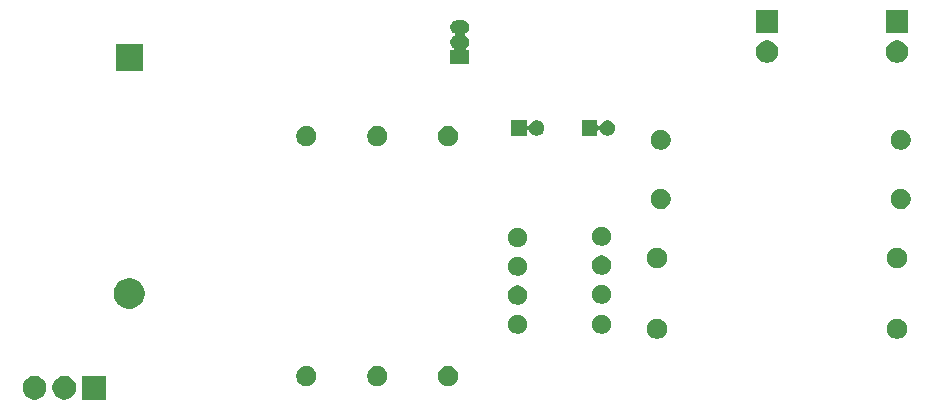
<source format=gts>
G04 #@! TF.GenerationSoftware,KiCad,Pcbnew,(5.1.5)-3*
G04 #@! TF.CreationDate,2019-12-22T13:16:54-05:00*
G04 #@! TF.ProjectId,557_circuit,3535375f-6369-4726-9375-69742e6b6963,rev?*
G04 #@! TF.SameCoordinates,Original*
G04 #@! TF.FileFunction,Soldermask,Top*
G04 #@! TF.FilePolarity,Negative*
%FSLAX46Y46*%
G04 Gerber Fmt 4.6, Leading zero omitted, Abs format (unit mm)*
G04 Created by KiCad (PCBNEW (5.1.5)-3) date 2019-12-22 13:16:54*
%MOMM*%
%LPD*%
G04 APERTURE LIST*
%ADD10C,0.100000*%
G04 APERTURE END LIST*
D10*
G36*
X26001000Y-58001000D02*
G01*
X23999000Y-58001000D01*
X23999000Y-55999000D01*
X26001000Y-55999000D01*
X26001000Y-58001000D01*
G37*
G36*
X22695285Y-56018234D02*
G01*
X22791981Y-56037468D01*
X22974151Y-56112926D01*
X23138100Y-56222473D01*
X23277527Y-56361900D01*
X23387074Y-56525849D01*
X23462532Y-56708019D01*
X23501000Y-56901410D01*
X23501000Y-57098590D01*
X23462532Y-57291981D01*
X23387074Y-57474151D01*
X23277527Y-57638100D01*
X23138100Y-57777527D01*
X22974151Y-57887074D01*
X22791981Y-57962532D01*
X22695285Y-57981766D01*
X22598591Y-58001000D01*
X22401409Y-58001000D01*
X22304715Y-57981766D01*
X22208019Y-57962532D01*
X22025849Y-57887074D01*
X21861900Y-57777527D01*
X21722473Y-57638100D01*
X21612926Y-57474151D01*
X21537468Y-57291981D01*
X21499000Y-57098590D01*
X21499000Y-56901410D01*
X21537468Y-56708019D01*
X21612926Y-56525849D01*
X21722473Y-56361900D01*
X21861900Y-56222473D01*
X22025849Y-56112926D01*
X22208019Y-56037468D01*
X22304715Y-56018234D01*
X22401409Y-55999000D01*
X22598591Y-55999000D01*
X22695285Y-56018234D01*
G37*
G36*
X20195285Y-56018234D02*
G01*
X20291981Y-56037468D01*
X20474151Y-56112926D01*
X20638100Y-56222473D01*
X20777527Y-56361900D01*
X20887074Y-56525849D01*
X20962532Y-56708019D01*
X21001000Y-56901410D01*
X21001000Y-57098590D01*
X20962532Y-57291981D01*
X20887074Y-57474151D01*
X20777527Y-57638100D01*
X20638100Y-57777527D01*
X20474151Y-57887074D01*
X20291981Y-57962532D01*
X20195285Y-57981766D01*
X20098591Y-58001000D01*
X19901409Y-58001000D01*
X19804715Y-57981766D01*
X19708019Y-57962532D01*
X19525849Y-57887074D01*
X19361900Y-57777527D01*
X19222473Y-57638100D01*
X19112926Y-57474151D01*
X19037468Y-57291981D01*
X18999000Y-57098590D01*
X18999000Y-56901410D01*
X19037468Y-56708019D01*
X19112926Y-56525849D01*
X19222473Y-56361900D01*
X19361900Y-56222473D01*
X19525849Y-56112926D01*
X19708019Y-56037468D01*
X19804715Y-56018234D01*
X19901409Y-55999000D01*
X20098591Y-55999000D01*
X20195285Y-56018234D01*
G37*
G36*
X43248228Y-55181703D02*
G01*
X43403100Y-55245853D01*
X43542481Y-55338985D01*
X43661015Y-55457519D01*
X43754147Y-55596900D01*
X43818297Y-55751772D01*
X43851000Y-55916184D01*
X43851000Y-56083816D01*
X43818297Y-56248228D01*
X43754147Y-56403100D01*
X43661015Y-56542481D01*
X43542481Y-56661015D01*
X43403100Y-56754147D01*
X43248228Y-56818297D01*
X43083816Y-56851000D01*
X42916184Y-56851000D01*
X42751772Y-56818297D01*
X42596900Y-56754147D01*
X42457519Y-56661015D01*
X42338985Y-56542481D01*
X42245853Y-56403100D01*
X42181703Y-56248228D01*
X42149000Y-56083816D01*
X42149000Y-55916184D01*
X42181703Y-55751772D01*
X42245853Y-55596900D01*
X42338985Y-55457519D01*
X42457519Y-55338985D01*
X42596900Y-55245853D01*
X42751772Y-55181703D01*
X42916184Y-55149000D01*
X43083816Y-55149000D01*
X43248228Y-55181703D01*
G37*
G36*
X49248228Y-55181703D02*
G01*
X49403100Y-55245853D01*
X49542481Y-55338985D01*
X49661015Y-55457519D01*
X49754147Y-55596900D01*
X49818297Y-55751772D01*
X49851000Y-55916184D01*
X49851000Y-56083816D01*
X49818297Y-56248228D01*
X49754147Y-56403100D01*
X49661015Y-56542481D01*
X49542481Y-56661015D01*
X49403100Y-56754147D01*
X49248228Y-56818297D01*
X49083816Y-56851000D01*
X48916184Y-56851000D01*
X48751772Y-56818297D01*
X48596900Y-56754147D01*
X48457519Y-56661015D01*
X48338985Y-56542481D01*
X48245853Y-56403100D01*
X48181703Y-56248228D01*
X48149000Y-56083816D01*
X48149000Y-55916184D01*
X48181703Y-55751772D01*
X48245853Y-55596900D01*
X48338985Y-55457519D01*
X48457519Y-55338985D01*
X48596900Y-55245853D01*
X48751772Y-55181703D01*
X48916184Y-55149000D01*
X49083816Y-55149000D01*
X49248228Y-55181703D01*
G37*
G36*
X55248228Y-55181703D02*
G01*
X55403100Y-55245853D01*
X55542481Y-55338985D01*
X55661015Y-55457519D01*
X55754147Y-55596900D01*
X55818297Y-55751772D01*
X55851000Y-55916184D01*
X55851000Y-56083816D01*
X55818297Y-56248228D01*
X55754147Y-56403100D01*
X55661015Y-56542481D01*
X55542481Y-56661015D01*
X55403100Y-56754147D01*
X55248228Y-56818297D01*
X55083816Y-56851000D01*
X54916184Y-56851000D01*
X54751772Y-56818297D01*
X54596900Y-56754147D01*
X54457519Y-56661015D01*
X54338985Y-56542481D01*
X54245853Y-56403100D01*
X54181703Y-56248228D01*
X54149000Y-56083816D01*
X54149000Y-55916184D01*
X54181703Y-55751772D01*
X54245853Y-55596900D01*
X54338985Y-55457519D01*
X54457519Y-55338985D01*
X54596900Y-55245853D01*
X54751772Y-55181703D01*
X54916184Y-55149000D01*
X55083816Y-55149000D01*
X55248228Y-55181703D01*
G37*
G36*
X93248228Y-51181703D02*
G01*
X93403100Y-51245853D01*
X93542481Y-51338985D01*
X93661015Y-51457519D01*
X93754147Y-51596900D01*
X93818297Y-51751772D01*
X93851000Y-51916184D01*
X93851000Y-52083816D01*
X93818297Y-52248228D01*
X93754147Y-52403100D01*
X93661015Y-52542481D01*
X93542481Y-52661015D01*
X93403100Y-52754147D01*
X93248228Y-52818297D01*
X93083816Y-52851000D01*
X92916184Y-52851000D01*
X92751772Y-52818297D01*
X92596900Y-52754147D01*
X92457519Y-52661015D01*
X92338985Y-52542481D01*
X92245853Y-52403100D01*
X92181703Y-52248228D01*
X92149000Y-52083816D01*
X92149000Y-51916184D01*
X92181703Y-51751772D01*
X92245853Y-51596900D01*
X92338985Y-51457519D01*
X92457519Y-51338985D01*
X92596900Y-51245853D01*
X92751772Y-51181703D01*
X92916184Y-51149000D01*
X93083816Y-51149000D01*
X93248228Y-51181703D01*
G37*
G36*
X72928228Y-51181703D02*
G01*
X73083100Y-51245853D01*
X73222481Y-51338985D01*
X73341015Y-51457519D01*
X73434147Y-51596900D01*
X73498297Y-51751772D01*
X73531000Y-51916184D01*
X73531000Y-52083816D01*
X73498297Y-52248228D01*
X73434147Y-52403100D01*
X73341015Y-52542481D01*
X73222481Y-52661015D01*
X73083100Y-52754147D01*
X72928228Y-52818297D01*
X72763816Y-52851000D01*
X72596184Y-52851000D01*
X72431772Y-52818297D01*
X72276900Y-52754147D01*
X72137519Y-52661015D01*
X72018985Y-52542481D01*
X71925853Y-52403100D01*
X71861703Y-52248228D01*
X71829000Y-52083816D01*
X71829000Y-51916184D01*
X71861703Y-51751772D01*
X71925853Y-51596900D01*
X72018985Y-51457519D01*
X72137519Y-51338985D01*
X72276900Y-51245853D01*
X72431772Y-51181703D01*
X72596184Y-51149000D01*
X72763816Y-51149000D01*
X72928228Y-51181703D01*
G37*
G36*
X68237142Y-50825042D02*
G01*
X68385101Y-50886329D01*
X68518255Y-50975299D01*
X68631501Y-51088545D01*
X68720471Y-51221699D01*
X68781758Y-51369658D01*
X68813000Y-51526725D01*
X68813000Y-51686875D01*
X68781758Y-51843942D01*
X68720471Y-51991901D01*
X68631501Y-52125055D01*
X68518255Y-52238301D01*
X68385101Y-52327271D01*
X68237142Y-52388558D01*
X68080075Y-52419800D01*
X67919925Y-52419800D01*
X67762858Y-52388558D01*
X67614899Y-52327271D01*
X67481745Y-52238301D01*
X67368499Y-52125055D01*
X67279529Y-51991901D01*
X67218242Y-51843942D01*
X67187000Y-51686875D01*
X67187000Y-51526725D01*
X67218242Y-51369658D01*
X67279529Y-51221699D01*
X67368499Y-51088545D01*
X67481745Y-50975299D01*
X67614899Y-50886329D01*
X67762858Y-50825042D01*
X67919925Y-50793800D01*
X68080075Y-50793800D01*
X68237142Y-50825042D01*
G37*
G36*
X61125142Y-50825042D02*
G01*
X61273101Y-50886329D01*
X61406255Y-50975299D01*
X61519501Y-51088545D01*
X61608471Y-51221699D01*
X61669758Y-51369658D01*
X61701000Y-51526725D01*
X61701000Y-51686875D01*
X61669758Y-51843942D01*
X61608471Y-51991901D01*
X61519501Y-52125055D01*
X61406255Y-52238301D01*
X61273101Y-52327271D01*
X61125142Y-52388558D01*
X60968075Y-52419800D01*
X60807925Y-52419800D01*
X60650858Y-52388558D01*
X60502899Y-52327271D01*
X60369745Y-52238301D01*
X60256499Y-52125055D01*
X60167529Y-51991901D01*
X60106242Y-51843942D01*
X60075000Y-51686875D01*
X60075000Y-51526725D01*
X60106242Y-51369658D01*
X60167529Y-51221699D01*
X60256499Y-51088545D01*
X60369745Y-50975299D01*
X60502899Y-50886329D01*
X60650858Y-50825042D01*
X60807925Y-50793800D01*
X60968075Y-50793800D01*
X61125142Y-50825042D01*
G37*
G36*
X28379487Y-47748996D02*
G01*
X28616253Y-47847068D01*
X28616255Y-47847069D01*
X28829339Y-47989447D01*
X29010553Y-48170661D01*
X29137896Y-48361243D01*
X29152932Y-48383747D01*
X29251004Y-48620513D01*
X29301000Y-48871861D01*
X29301000Y-49128139D01*
X29251004Y-49379487D01*
X29165854Y-49585057D01*
X29152931Y-49616255D01*
X29010553Y-49829339D01*
X28829339Y-50010553D01*
X28616255Y-50152931D01*
X28616254Y-50152932D01*
X28616253Y-50152932D01*
X28379487Y-50251004D01*
X28128139Y-50301000D01*
X27871861Y-50301000D01*
X27620513Y-50251004D01*
X27383747Y-50152932D01*
X27383746Y-50152932D01*
X27383745Y-50152931D01*
X27170661Y-50010553D01*
X26989447Y-49829339D01*
X26847069Y-49616255D01*
X26834146Y-49585057D01*
X26748996Y-49379487D01*
X26699000Y-49128139D01*
X26699000Y-48871861D01*
X26748996Y-48620513D01*
X26847068Y-48383747D01*
X26862105Y-48361243D01*
X26989447Y-48170661D01*
X27170661Y-47989447D01*
X27383745Y-47847069D01*
X27383747Y-47847068D01*
X27620513Y-47748996D01*
X27871861Y-47699000D01*
X28128139Y-47699000D01*
X28379487Y-47748996D01*
G37*
G36*
X61125142Y-48361242D02*
G01*
X61273101Y-48422529D01*
X61406255Y-48511499D01*
X61519501Y-48624745D01*
X61608471Y-48757899D01*
X61669758Y-48905858D01*
X61701000Y-49062925D01*
X61701000Y-49223075D01*
X61669758Y-49380142D01*
X61608471Y-49528101D01*
X61519501Y-49661255D01*
X61406255Y-49774501D01*
X61273101Y-49863471D01*
X61125142Y-49924758D01*
X60968075Y-49956000D01*
X60807925Y-49956000D01*
X60650858Y-49924758D01*
X60502899Y-49863471D01*
X60369745Y-49774501D01*
X60256499Y-49661255D01*
X60167529Y-49528101D01*
X60106242Y-49380142D01*
X60075000Y-49223075D01*
X60075000Y-49062925D01*
X60106242Y-48905858D01*
X60167529Y-48757899D01*
X60256499Y-48624745D01*
X60369745Y-48511499D01*
X60502899Y-48422529D01*
X60650858Y-48361242D01*
X60807925Y-48330000D01*
X60968075Y-48330000D01*
X61125142Y-48361242D01*
G37*
G36*
X68237142Y-48285042D02*
G01*
X68385101Y-48346329D01*
X68518255Y-48435299D01*
X68631501Y-48548545D01*
X68720471Y-48681699D01*
X68781758Y-48829658D01*
X68813000Y-48986725D01*
X68813000Y-49146875D01*
X68781758Y-49303942D01*
X68720471Y-49451901D01*
X68631501Y-49585055D01*
X68518255Y-49698301D01*
X68385101Y-49787271D01*
X68237142Y-49848558D01*
X68080075Y-49879800D01*
X67919925Y-49879800D01*
X67762858Y-49848558D01*
X67614899Y-49787271D01*
X67481745Y-49698301D01*
X67368499Y-49585055D01*
X67279529Y-49451901D01*
X67218242Y-49303942D01*
X67187000Y-49146875D01*
X67187000Y-48986725D01*
X67218242Y-48829658D01*
X67279529Y-48681699D01*
X67368499Y-48548545D01*
X67481745Y-48435299D01*
X67614899Y-48346329D01*
X67762858Y-48285042D01*
X67919925Y-48253800D01*
X68080075Y-48253800D01*
X68237142Y-48285042D01*
G37*
G36*
X61125142Y-45922842D02*
G01*
X61273101Y-45984129D01*
X61406255Y-46073099D01*
X61519501Y-46186345D01*
X61608471Y-46319499D01*
X61669758Y-46467458D01*
X61701000Y-46624525D01*
X61701000Y-46784675D01*
X61669758Y-46941742D01*
X61608471Y-47089701D01*
X61519501Y-47222855D01*
X61406255Y-47336101D01*
X61273101Y-47425071D01*
X61125142Y-47486358D01*
X60968075Y-47517600D01*
X60807925Y-47517600D01*
X60650858Y-47486358D01*
X60502899Y-47425071D01*
X60369745Y-47336101D01*
X60256499Y-47222855D01*
X60167529Y-47089701D01*
X60106242Y-46941742D01*
X60075000Y-46784675D01*
X60075000Y-46624525D01*
X60106242Y-46467458D01*
X60167529Y-46319499D01*
X60256499Y-46186345D01*
X60369745Y-46073099D01*
X60502899Y-45984129D01*
X60650858Y-45922842D01*
X60807925Y-45891600D01*
X60968075Y-45891600D01*
X61125142Y-45922842D01*
G37*
G36*
X68237142Y-45821242D02*
G01*
X68385101Y-45882529D01*
X68518255Y-45971499D01*
X68631501Y-46084745D01*
X68720471Y-46217899D01*
X68781758Y-46365858D01*
X68813000Y-46522925D01*
X68813000Y-46683075D01*
X68781758Y-46840142D01*
X68720471Y-46988101D01*
X68631501Y-47121255D01*
X68518255Y-47234501D01*
X68385101Y-47323471D01*
X68237142Y-47384758D01*
X68080075Y-47416000D01*
X67919925Y-47416000D01*
X67762858Y-47384758D01*
X67614899Y-47323471D01*
X67481745Y-47234501D01*
X67368499Y-47121255D01*
X67279529Y-46988101D01*
X67218242Y-46840142D01*
X67187000Y-46683075D01*
X67187000Y-46522925D01*
X67218242Y-46365858D01*
X67279529Y-46217899D01*
X67368499Y-46084745D01*
X67481745Y-45971499D01*
X67614899Y-45882529D01*
X67762858Y-45821242D01*
X67919925Y-45790000D01*
X68080075Y-45790000D01*
X68237142Y-45821242D01*
G37*
G36*
X93248228Y-45181703D02*
G01*
X93403100Y-45245853D01*
X93542481Y-45338985D01*
X93661015Y-45457519D01*
X93754147Y-45596900D01*
X93818297Y-45751772D01*
X93851000Y-45916184D01*
X93851000Y-46083816D01*
X93818297Y-46248228D01*
X93754147Y-46403100D01*
X93661015Y-46542481D01*
X93542481Y-46661015D01*
X93403100Y-46754147D01*
X93248228Y-46818297D01*
X93083816Y-46851000D01*
X92916184Y-46851000D01*
X92751772Y-46818297D01*
X92596900Y-46754147D01*
X92457519Y-46661015D01*
X92338985Y-46542481D01*
X92245853Y-46403100D01*
X92181703Y-46248228D01*
X92149000Y-46083816D01*
X92149000Y-45916184D01*
X92181703Y-45751772D01*
X92245853Y-45596900D01*
X92338985Y-45457519D01*
X92457519Y-45338985D01*
X92596900Y-45245853D01*
X92751772Y-45181703D01*
X92916184Y-45149000D01*
X93083816Y-45149000D01*
X93248228Y-45181703D01*
G37*
G36*
X72928228Y-45181703D02*
G01*
X73083100Y-45245853D01*
X73222481Y-45338985D01*
X73341015Y-45457519D01*
X73434147Y-45596900D01*
X73498297Y-45751772D01*
X73531000Y-45916184D01*
X73531000Y-46083816D01*
X73498297Y-46248228D01*
X73434147Y-46403100D01*
X73341015Y-46542481D01*
X73222481Y-46661015D01*
X73083100Y-46754147D01*
X72928228Y-46818297D01*
X72763816Y-46851000D01*
X72596184Y-46851000D01*
X72431772Y-46818297D01*
X72276900Y-46754147D01*
X72137519Y-46661015D01*
X72018985Y-46542481D01*
X71925853Y-46403100D01*
X71861703Y-46248228D01*
X71829000Y-46083816D01*
X71829000Y-45916184D01*
X71861703Y-45751772D01*
X71925853Y-45596900D01*
X72018985Y-45457519D01*
X72137519Y-45338985D01*
X72276900Y-45245853D01*
X72431772Y-45181703D01*
X72596184Y-45149000D01*
X72763816Y-45149000D01*
X72928228Y-45181703D01*
G37*
G36*
X61125142Y-43484442D02*
G01*
X61273101Y-43545729D01*
X61406255Y-43634699D01*
X61519501Y-43747945D01*
X61608471Y-43881099D01*
X61669758Y-44029058D01*
X61701000Y-44186125D01*
X61701000Y-44346275D01*
X61669758Y-44503342D01*
X61608471Y-44651301D01*
X61519501Y-44784455D01*
X61406255Y-44897701D01*
X61273101Y-44986671D01*
X61125142Y-45047958D01*
X60968075Y-45079200D01*
X60807925Y-45079200D01*
X60650858Y-45047958D01*
X60502899Y-44986671D01*
X60369745Y-44897701D01*
X60256499Y-44784455D01*
X60167529Y-44651301D01*
X60106242Y-44503342D01*
X60075000Y-44346275D01*
X60075000Y-44186125D01*
X60106242Y-44029058D01*
X60167529Y-43881099D01*
X60256499Y-43747945D01*
X60369745Y-43634699D01*
X60502899Y-43545729D01*
X60650858Y-43484442D01*
X60807925Y-43453200D01*
X60968075Y-43453200D01*
X61125142Y-43484442D01*
G37*
G36*
X68237142Y-43382842D02*
G01*
X68385101Y-43444129D01*
X68518255Y-43533099D01*
X68631501Y-43646345D01*
X68720471Y-43779499D01*
X68781758Y-43927458D01*
X68813000Y-44084525D01*
X68813000Y-44244675D01*
X68781758Y-44401742D01*
X68720471Y-44549701D01*
X68631501Y-44682855D01*
X68518255Y-44796101D01*
X68385101Y-44885071D01*
X68237142Y-44946358D01*
X68080075Y-44977600D01*
X67919925Y-44977600D01*
X67762858Y-44946358D01*
X67614899Y-44885071D01*
X67481745Y-44796101D01*
X67368499Y-44682855D01*
X67279529Y-44549701D01*
X67218242Y-44401742D01*
X67187000Y-44244675D01*
X67187000Y-44084525D01*
X67218242Y-43927458D01*
X67279529Y-43779499D01*
X67368499Y-43646345D01*
X67481745Y-43533099D01*
X67614899Y-43444129D01*
X67762858Y-43382842D01*
X67919925Y-43351600D01*
X68080075Y-43351600D01*
X68237142Y-43382842D01*
G37*
G36*
X93568228Y-40181703D02*
G01*
X93723100Y-40245853D01*
X93862481Y-40338985D01*
X93981015Y-40457519D01*
X94074147Y-40596900D01*
X94138297Y-40751772D01*
X94171000Y-40916184D01*
X94171000Y-41083816D01*
X94138297Y-41248228D01*
X94074147Y-41403100D01*
X93981015Y-41542481D01*
X93862481Y-41661015D01*
X93723100Y-41754147D01*
X93568228Y-41818297D01*
X93403816Y-41851000D01*
X93236184Y-41851000D01*
X93071772Y-41818297D01*
X92916900Y-41754147D01*
X92777519Y-41661015D01*
X92658985Y-41542481D01*
X92565853Y-41403100D01*
X92501703Y-41248228D01*
X92469000Y-41083816D01*
X92469000Y-40916184D01*
X92501703Y-40751772D01*
X92565853Y-40596900D01*
X92658985Y-40457519D01*
X92777519Y-40338985D01*
X92916900Y-40245853D01*
X93071772Y-40181703D01*
X93236184Y-40149000D01*
X93403816Y-40149000D01*
X93568228Y-40181703D01*
G37*
G36*
X73248228Y-40181703D02*
G01*
X73403100Y-40245853D01*
X73542481Y-40338985D01*
X73661015Y-40457519D01*
X73754147Y-40596900D01*
X73818297Y-40751772D01*
X73851000Y-40916184D01*
X73851000Y-41083816D01*
X73818297Y-41248228D01*
X73754147Y-41403100D01*
X73661015Y-41542481D01*
X73542481Y-41661015D01*
X73403100Y-41754147D01*
X73248228Y-41818297D01*
X73083816Y-41851000D01*
X72916184Y-41851000D01*
X72751772Y-41818297D01*
X72596900Y-41754147D01*
X72457519Y-41661015D01*
X72338985Y-41542481D01*
X72245853Y-41403100D01*
X72181703Y-41248228D01*
X72149000Y-41083816D01*
X72149000Y-40916184D01*
X72181703Y-40751772D01*
X72245853Y-40596900D01*
X72338985Y-40457519D01*
X72457519Y-40338985D01*
X72596900Y-40245853D01*
X72751772Y-40181703D01*
X72916184Y-40149000D01*
X73083816Y-40149000D01*
X73248228Y-40181703D01*
G37*
G36*
X93568228Y-35181703D02*
G01*
X93723100Y-35245853D01*
X93862481Y-35338985D01*
X93981015Y-35457519D01*
X94074147Y-35596900D01*
X94138297Y-35751772D01*
X94171000Y-35916184D01*
X94171000Y-36083816D01*
X94138297Y-36248228D01*
X94074147Y-36403100D01*
X93981015Y-36542481D01*
X93862481Y-36661015D01*
X93723100Y-36754147D01*
X93568228Y-36818297D01*
X93403816Y-36851000D01*
X93236184Y-36851000D01*
X93071772Y-36818297D01*
X92916900Y-36754147D01*
X92777519Y-36661015D01*
X92658985Y-36542481D01*
X92565853Y-36403100D01*
X92501703Y-36248228D01*
X92469000Y-36083816D01*
X92469000Y-35916184D01*
X92501703Y-35751772D01*
X92565853Y-35596900D01*
X92658985Y-35457519D01*
X92777519Y-35338985D01*
X92916900Y-35245853D01*
X93071772Y-35181703D01*
X93236184Y-35149000D01*
X93403816Y-35149000D01*
X93568228Y-35181703D01*
G37*
G36*
X73248228Y-35181703D02*
G01*
X73403100Y-35245853D01*
X73542481Y-35338985D01*
X73661015Y-35457519D01*
X73754147Y-35596900D01*
X73818297Y-35751772D01*
X73851000Y-35916184D01*
X73851000Y-36083816D01*
X73818297Y-36248228D01*
X73754147Y-36403100D01*
X73661015Y-36542481D01*
X73542481Y-36661015D01*
X73403100Y-36754147D01*
X73248228Y-36818297D01*
X73083816Y-36851000D01*
X72916184Y-36851000D01*
X72751772Y-36818297D01*
X72596900Y-36754147D01*
X72457519Y-36661015D01*
X72338985Y-36542481D01*
X72245853Y-36403100D01*
X72181703Y-36248228D01*
X72149000Y-36083816D01*
X72149000Y-35916184D01*
X72181703Y-35751772D01*
X72245853Y-35596900D01*
X72338985Y-35457519D01*
X72457519Y-35338985D01*
X72596900Y-35245853D01*
X72751772Y-35181703D01*
X72916184Y-35149000D01*
X73083816Y-35149000D01*
X73248228Y-35181703D01*
G37*
G36*
X55248228Y-34861703D02*
G01*
X55403100Y-34925853D01*
X55542481Y-35018985D01*
X55661015Y-35137519D01*
X55754147Y-35276900D01*
X55818297Y-35431772D01*
X55851000Y-35596184D01*
X55851000Y-35763816D01*
X55818297Y-35928228D01*
X55754147Y-36083100D01*
X55661015Y-36222481D01*
X55542481Y-36341015D01*
X55403100Y-36434147D01*
X55248228Y-36498297D01*
X55083816Y-36531000D01*
X54916184Y-36531000D01*
X54751772Y-36498297D01*
X54596900Y-36434147D01*
X54457519Y-36341015D01*
X54338985Y-36222481D01*
X54245853Y-36083100D01*
X54181703Y-35928228D01*
X54149000Y-35763816D01*
X54149000Y-35596184D01*
X54181703Y-35431772D01*
X54245853Y-35276900D01*
X54338985Y-35137519D01*
X54457519Y-35018985D01*
X54596900Y-34925853D01*
X54751772Y-34861703D01*
X54916184Y-34829000D01*
X55083816Y-34829000D01*
X55248228Y-34861703D01*
G37*
G36*
X49248228Y-34861703D02*
G01*
X49403100Y-34925853D01*
X49542481Y-35018985D01*
X49661015Y-35137519D01*
X49754147Y-35276900D01*
X49818297Y-35431772D01*
X49851000Y-35596184D01*
X49851000Y-35763816D01*
X49818297Y-35928228D01*
X49754147Y-36083100D01*
X49661015Y-36222481D01*
X49542481Y-36341015D01*
X49403100Y-36434147D01*
X49248228Y-36498297D01*
X49083816Y-36531000D01*
X48916184Y-36531000D01*
X48751772Y-36498297D01*
X48596900Y-36434147D01*
X48457519Y-36341015D01*
X48338985Y-36222481D01*
X48245853Y-36083100D01*
X48181703Y-35928228D01*
X48149000Y-35763816D01*
X48149000Y-35596184D01*
X48181703Y-35431772D01*
X48245853Y-35276900D01*
X48338985Y-35137519D01*
X48457519Y-35018985D01*
X48596900Y-34925853D01*
X48751772Y-34861703D01*
X48916184Y-34829000D01*
X49083816Y-34829000D01*
X49248228Y-34861703D01*
G37*
G36*
X43248228Y-34861703D02*
G01*
X43403100Y-34925853D01*
X43542481Y-35018985D01*
X43661015Y-35137519D01*
X43754147Y-35276900D01*
X43818297Y-35431772D01*
X43851000Y-35596184D01*
X43851000Y-35763816D01*
X43818297Y-35928228D01*
X43754147Y-36083100D01*
X43661015Y-36222481D01*
X43542481Y-36341015D01*
X43403100Y-36434147D01*
X43248228Y-36498297D01*
X43083816Y-36531000D01*
X42916184Y-36531000D01*
X42751772Y-36498297D01*
X42596900Y-36434147D01*
X42457519Y-36341015D01*
X42338985Y-36222481D01*
X42245853Y-36083100D01*
X42181703Y-35928228D01*
X42149000Y-35763816D01*
X42149000Y-35596184D01*
X42181703Y-35431772D01*
X42245853Y-35276900D01*
X42338985Y-35137519D01*
X42457519Y-35018985D01*
X42596900Y-34925853D01*
X42751772Y-34861703D01*
X42916184Y-34829000D01*
X43083816Y-34829000D01*
X43248228Y-34861703D01*
G37*
G36*
X61651000Y-34720109D02*
G01*
X61653402Y-34744495D01*
X61660515Y-34767944D01*
X61672066Y-34789555D01*
X61687611Y-34808497D01*
X61706553Y-34824042D01*
X61728164Y-34835593D01*
X61751613Y-34842706D01*
X61775999Y-34845108D01*
X61800385Y-34842706D01*
X61823834Y-34835593D01*
X61845445Y-34824042D01*
X61864387Y-34808497D01*
X61879932Y-34789555D01*
X61891483Y-34767944D01*
X61923090Y-34691638D01*
X61994335Y-34585012D01*
X62085012Y-34494335D01*
X62191636Y-34423091D01*
X62310110Y-34374017D01*
X62435881Y-34349000D01*
X62564119Y-34349000D01*
X62689890Y-34374017D01*
X62808364Y-34423091D01*
X62914988Y-34494335D01*
X63005665Y-34585012D01*
X63076909Y-34691636D01*
X63125983Y-34810110D01*
X63151000Y-34935882D01*
X63151000Y-35064118D01*
X63125983Y-35189890D01*
X63076909Y-35308364D01*
X63005665Y-35414988D01*
X62914988Y-35505665D01*
X62808364Y-35576909D01*
X62808363Y-35576910D01*
X62808362Y-35576910D01*
X62689890Y-35625983D01*
X62564119Y-35651000D01*
X62435881Y-35651000D01*
X62310110Y-35625983D01*
X62191638Y-35576910D01*
X62191637Y-35576910D01*
X62191636Y-35576909D01*
X62085012Y-35505665D01*
X61994335Y-35414988D01*
X61923091Y-35308364D01*
X61891483Y-35232055D01*
X61879932Y-35210445D01*
X61864387Y-35191503D01*
X61845445Y-35175958D01*
X61823834Y-35164407D01*
X61800385Y-35157294D01*
X61775999Y-35154892D01*
X61751613Y-35157294D01*
X61728164Y-35164407D01*
X61706553Y-35175958D01*
X61687611Y-35191503D01*
X61672066Y-35210445D01*
X61660515Y-35232056D01*
X61653402Y-35255505D01*
X61651000Y-35279891D01*
X61651000Y-35651000D01*
X60349000Y-35651000D01*
X60349000Y-34349000D01*
X61651000Y-34349000D01*
X61651000Y-34720109D01*
G37*
G36*
X67651000Y-34720109D02*
G01*
X67653402Y-34744495D01*
X67660515Y-34767944D01*
X67672066Y-34789555D01*
X67687611Y-34808497D01*
X67706553Y-34824042D01*
X67728164Y-34835593D01*
X67751613Y-34842706D01*
X67775999Y-34845108D01*
X67800385Y-34842706D01*
X67823834Y-34835593D01*
X67845445Y-34824042D01*
X67864387Y-34808497D01*
X67879932Y-34789555D01*
X67891483Y-34767944D01*
X67923090Y-34691638D01*
X67994335Y-34585012D01*
X68085012Y-34494335D01*
X68191636Y-34423091D01*
X68310110Y-34374017D01*
X68435881Y-34349000D01*
X68564119Y-34349000D01*
X68689890Y-34374017D01*
X68808364Y-34423091D01*
X68914988Y-34494335D01*
X69005665Y-34585012D01*
X69076909Y-34691636D01*
X69125983Y-34810110D01*
X69151000Y-34935882D01*
X69151000Y-35064118D01*
X69125983Y-35189890D01*
X69076909Y-35308364D01*
X69005665Y-35414988D01*
X68914988Y-35505665D01*
X68808364Y-35576909D01*
X68808363Y-35576910D01*
X68808362Y-35576910D01*
X68689890Y-35625983D01*
X68564119Y-35651000D01*
X68435881Y-35651000D01*
X68310110Y-35625983D01*
X68191638Y-35576910D01*
X68191637Y-35576910D01*
X68191636Y-35576909D01*
X68085012Y-35505665D01*
X67994335Y-35414988D01*
X67923091Y-35308364D01*
X67891483Y-35232055D01*
X67879932Y-35210445D01*
X67864387Y-35191503D01*
X67845445Y-35175958D01*
X67823834Y-35164407D01*
X67800385Y-35157294D01*
X67775999Y-35154892D01*
X67751613Y-35157294D01*
X67728164Y-35164407D01*
X67706553Y-35175958D01*
X67687611Y-35191503D01*
X67672066Y-35210445D01*
X67660515Y-35232056D01*
X67653402Y-35255505D01*
X67651000Y-35279891D01*
X67651000Y-35651000D01*
X66349000Y-35651000D01*
X66349000Y-34349000D01*
X67651000Y-34349000D01*
X67651000Y-34720109D01*
G37*
G36*
X29136000Y-30136000D02*
G01*
X26864000Y-30136000D01*
X26864000Y-27864000D01*
X29136000Y-27864000D01*
X29136000Y-30136000D01*
G37*
G36*
X56337916Y-25892334D02*
G01*
X56446492Y-25925271D01*
X56446495Y-25925272D01*
X56482601Y-25944571D01*
X56546557Y-25978756D01*
X56634264Y-26050736D01*
X56706244Y-26138443D01*
X56740429Y-26202399D01*
X56759728Y-26238505D01*
X56759729Y-26238508D01*
X56792666Y-26347084D01*
X56803787Y-26460000D01*
X56792666Y-26572916D01*
X56759729Y-26681492D01*
X56759728Y-26681495D01*
X56740429Y-26717601D01*
X56706244Y-26781557D01*
X56634264Y-26869264D01*
X56546557Y-26941244D01*
X56465141Y-26984761D01*
X56444766Y-26998375D01*
X56427439Y-27015702D01*
X56413826Y-27036076D01*
X56404448Y-27058715D01*
X56399668Y-27082748D01*
X56399668Y-27107252D01*
X56404448Y-27131285D01*
X56413826Y-27153924D01*
X56427440Y-27174299D01*
X56444767Y-27191626D01*
X56465141Y-27205239D01*
X56546557Y-27248756D01*
X56634264Y-27320736D01*
X56706244Y-27408443D01*
X56740429Y-27472399D01*
X56759728Y-27508505D01*
X56759729Y-27508508D01*
X56792666Y-27617084D01*
X56803787Y-27730000D01*
X56792666Y-27842916D01*
X56759729Y-27951492D01*
X56759728Y-27951495D01*
X56740429Y-27987601D01*
X56706244Y-28051557D01*
X56634264Y-28139264D01*
X56557354Y-28202383D01*
X56540035Y-28219702D01*
X56526421Y-28240077D01*
X56517043Y-28262716D01*
X56512263Y-28286749D01*
X56512263Y-28311253D01*
X56517043Y-28335286D01*
X56526421Y-28357925D01*
X56540034Y-28378299D01*
X56557361Y-28395626D01*
X56577736Y-28409240D01*
X56600375Y-28418618D01*
X56624408Y-28423398D01*
X56636660Y-28424000D01*
X56801000Y-28424000D01*
X56801000Y-29576000D01*
X55199000Y-29576000D01*
X55199000Y-28424000D01*
X55363340Y-28424000D01*
X55387726Y-28421598D01*
X55411175Y-28414485D01*
X55432786Y-28402934D01*
X55451728Y-28387389D01*
X55467273Y-28368447D01*
X55478824Y-28346836D01*
X55485937Y-28323387D01*
X55488339Y-28299001D01*
X55485937Y-28274615D01*
X55478824Y-28251166D01*
X55467273Y-28229555D01*
X55451728Y-28210613D01*
X55442655Y-28202391D01*
X55365736Y-28139264D01*
X55293756Y-28051557D01*
X55259571Y-27987601D01*
X55240272Y-27951495D01*
X55240271Y-27951492D01*
X55207334Y-27842916D01*
X55196213Y-27730000D01*
X55207334Y-27617084D01*
X55240271Y-27508508D01*
X55240272Y-27508505D01*
X55259571Y-27472399D01*
X55293756Y-27408443D01*
X55365736Y-27320736D01*
X55453443Y-27248756D01*
X55534859Y-27205239D01*
X55555234Y-27191625D01*
X55572561Y-27174298D01*
X55586174Y-27153924D01*
X55595552Y-27131285D01*
X55600332Y-27107252D01*
X55600332Y-27082748D01*
X55595552Y-27058715D01*
X55586174Y-27036076D01*
X55572560Y-27015701D01*
X55555233Y-26998374D01*
X55534859Y-26984761D01*
X55453443Y-26941244D01*
X55365736Y-26869264D01*
X55293756Y-26781557D01*
X55259571Y-26717601D01*
X55240272Y-26681495D01*
X55240271Y-26681492D01*
X55207334Y-26572916D01*
X55196213Y-26460000D01*
X55207334Y-26347084D01*
X55240271Y-26238508D01*
X55240272Y-26238505D01*
X55259571Y-26202399D01*
X55293756Y-26138443D01*
X55365736Y-26050736D01*
X55453443Y-25978756D01*
X55517399Y-25944571D01*
X55553505Y-25925272D01*
X55553508Y-25925271D01*
X55662084Y-25892334D01*
X55746702Y-25884000D01*
X56253298Y-25884000D01*
X56337916Y-25892334D01*
G37*
G36*
X82277395Y-27625546D02*
G01*
X82450466Y-27697234D01*
X82450467Y-27697235D01*
X82606227Y-27801310D01*
X82738690Y-27933773D01*
X82738691Y-27933775D01*
X82842766Y-28089534D01*
X82914454Y-28262605D01*
X82951000Y-28446333D01*
X82951000Y-28633667D01*
X82914454Y-28817395D01*
X82842766Y-28990466D01*
X82842765Y-28990467D01*
X82738690Y-29146227D01*
X82606227Y-29278690D01*
X82527818Y-29331081D01*
X82450466Y-29382766D01*
X82277395Y-29454454D01*
X82093667Y-29491000D01*
X81906333Y-29491000D01*
X81722605Y-29454454D01*
X81549534Y-29382766D01*
X81472182Y-29331081D01*
X81393773Y-29278690D01*
X81261310Y-29146227D01*
X81157235Y-28990467D01*
X81157234Y-28990466D01*
X81085546Y-28817395D01*
X81049000Y-28633667D01*
X81049000Y-28446333D01*
X81085546Y-28262605D01*
X81157234Y-28089534D01*
X81261309Y-27933775D01*
X81261310Y-27933773D01*
X81393773Y-27801310D01*
X81549533Y-27697235D01*
X81549534Y-27697234D01*
X81722605Y-27625546D01*
X81906333Y-27589000D01*
X82093667Y-27589000D01*
X82277395Y-27625546D01*
G37*
G36*
X93277395Y-27625546D02*
G01*
X93450466Y-27697234D01*
X93450467Y-27697235D01*
X93606227Y-27801310D01*
X93738690Y-27933773D01*
X93738691Y-27933775D01*
X93842766Y-28089534D01*
X93914454Y-28262605D01*
X93951000Y-28446333D01*
X93951000Y-28633667D01*
X93914454Y-28817395D01*
X93842766Y-28990466D01*
X93842765Y-28990467D01*
X93738690Y-29146227D01*
X93606227Y-29278690D01*
X93527818Y-29331081D01*
X93450466Y-29382766D01*
X93277395Y-29454454D01*
X93093667Y-29491000D01*
X92906333Y-29491000D01*
X92722605Y-29454454D01*
X92549534Y-29382766D01*
X92472182Y-29331081D01*
X92393773Y-29278690D01*
X92261310Y-29146227D01*
X92157235Y-28990467D01*
X92157234Y-28990466D01*
X92085546Y-28817395D01*
X92049000Y-28633667D01*
X92049000Y-28446333D01*
X92085546Y-28262605D01*
X92157234Y-28089534D01*
X92261309Y-27933775D01*
X92261310Y-27933773D01*
X92393773Y-27801310D01*
X92549533Y-27697235D01*
X92549534Y-27697234D01*
X92722605Y-27625546D01*
X92906333Y-27589000D01*
X93093667Y-27589000D01*
X93277395Y-27625546D01*
G37*
G36*
X93951000Y-26951000D02*
G01*
X92049000Y-26951000D01*
X92049000Y-25049000D01*
X93951000Y-25049000D01*
X93951000Y-26951000D01*
G37*
G36*
X82951000Y-26951000D02*
G01*
X81049000Y-26951000D01*
X81049000Y-25049000D01*
X82951000Y-25049000D01*
X82951000Y-26951000D01*
G37*
M02*

</source>
